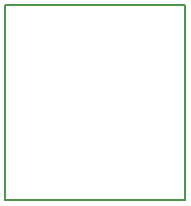
<source format=gm1>
G04 #@! TF.FileFunction,Profile,NP*
%FSLAX46Y46*%
G04 Gerber Fmt 4.6, Leading zero omitted, Abs format (unit mm)*
G04 Created by KiCad (PCBNEW 4.0.4-stable) date 09/14/17 15:41:31*
%MOMM*%
%LPD*%
G01*
G04 APERTURE LIST*
%ADD10C,0.100000*%
%ADD11C,0.150000*%
G04 APERTURE END LIST*
D10*
D11*
X124460000Y-73025000D02*
X124460000Y-56515000D01*
X109220000Y-73025000D02*
X124460000Y-73025000D01*
X109220000Y-73025000D02*
X109220000Y-56515000D01*
X109220000Y-56515000D02*
X124460000Y-56515000D01*
M02*

</source>
